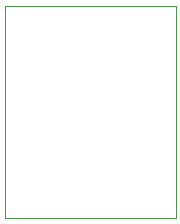
<source format=gbr>
%TF.GenerationSoftware,KiCad,Pcbnew,8.0.4-8.0.4-0~ubuntu24.04.1*%
%TF.CreationDate,2024-09-19T11:22:16+09:00*%
%TF.ProjectId,DRV8835,44525638-3833-4352-9e6b-696361645f70,rev?*%
%TF.SameCoordinates,Original*%
%TF.FileFunction,Profile,NP*%
%FSLAX46Y46*%
G04 Gerber Fmt 4.6, Leading zero omitted, Abs format (unit mm)*
G04 Created by KiCad (PCBNEW 8.0.4-8.0.4-0~ubuntu24.04.1) date 2024-09-19 11:22:16*
%MOMM*%
%LPD*%
G01*
G04 APERTURE LIST*
%TA.AperFunction,Profile*%
%ADD10C,0.050000*%
%TD*%
G04 APERTURE END LIST*
D10*
X154000000Y-62500000D02*
X168500000Y-62500000D01*
X168500000Y-80500000D01*
X154000000Y-80500000D01*
X154000000Y-62500000D01*
M02*

</source>
